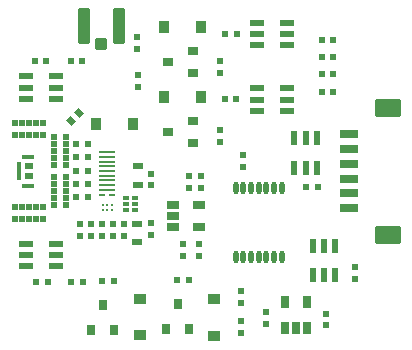
<source format=gtp>
G04*
G04 #@! TF.GenerationSoftware,Altium Limited,Altium Designer,21.7.2 (23)*
G04*
G04 Layer_Color=8421504*
%FSLAX25Y25*%
%MOIN*%
G70*
G04*
G04 #@! TF.SameCoordinates,01447CE1-1CD8-4097-AA41-C903E93D3707*
G04*
G04*
G04 #@! TF.FilePolarity,Positive*
G04*
G01*
G75*
%ADD14R,0.01968X0.02362*%
G04:AMPARAMS|DCode=15|XSize=47.64mil|YSize=22.84mil|CornerRadius=2.85mil|HoleSize=0mil|Usage=FLASHONLY|Rotation=180.000|XOffset=0mil|YOffset=0mil|HoleType=Round|Shape=RoundedRectangle|*
%AMROUNDEDRECTD15*
21,1,0.04764,0.01713,0,0,180.0*
21,1,0.04193,0.02284,0,0,180.0*
1,1,0.00571,-0.02097,0.00856*
1,1,0.00571,0.02097,0.00856*
1,1,0.00571,0.02097,-0.00856*
1,1,0.00571,-0.02097,-0.00856*
%
%ADD15ROUNDEDRECTD15*%
G04:AMPARAMS|DCode=16|XSize=62.99mil|YSize=86.61mil|CornerRadius=6.3mil|HoleSize=0mil|Usage=FLASHONLY|Rotation=90.000|XOffset=0mil|YOffset=0mil|HoleType=Round|Shape=RoundedRectangle|*
%AMROUNDEDRECTD16*
21,1,0.06299,0.07402,0,0,90.0*
21,1,0.05039,0.08661,0,0,90.0*
1,1,0.01260,0.03701,0.02520*
1,1,0.01260,0.03701,-0.02520*
1,1,0.01260,-0.03701,-0.02520*
1,1,0.01260,-0.03701,0.02520*
%
%ADD16ROUNDEDRECTD16*%
G04:AMPARAMS|DCode=17|XSize=27.56mil|YSize=59.06mil|CornerRadius=2.76mil|HoleSize=0mil|Usage=FLASHONLY|Rotation=90.000|XOffset=0mil|YOffset=0mil|HoleType=Round|Shape=RoundedRectangle|*
%AMROUNDEDRECTD17*
21,1,0.02756,0.05354,0,0,90.0*
21,1,0.02205,0.05906,0,0,90.0*
1,1,0.00551,0.02677,0.01102*
1,1,0.00551,0.02677,-0.01102*
1,1,0.00551,-0.02677,-0.01102*
1,1,0.00551,-0.02677,0.01102*
%
%ADD17ROUNDEDRECTD17*%
%ADD18R,0.02362X0.01968*%
G04:AMPARAMS|DCode=19|XSize=47.64mil|YSize=22.84mil|CornerRadius=2.85mil|HoleSize=0mil|Usage=FLASHONLY|Rotation=270.000|XOffset=0mil|YOffset=0mil|HoleType=Round|Shape=RoundedRectangle|*
%AMROUNDEDRECTD19*
21,1,0.04764,0.01713,0,0,270.0*
21,1,0.04193,0.02284,0,0,270.0*
1,1,0.00571,-0.00856,-0.02097*
1,1,0.00571,-0.00856,0.02097*
1,1,0.00571,0.00856,0.02097*
1,1,0.00571,0.00856,-0.02097*
%
%ADD19ROUNDEDRECTD19*%
%ADD20R,0.04134X0.03740*%
%ADD21R,0.02756X0.03543*%
%ADD22C,0.00906*%
G04:AMPARAMS|DCode=23|XSize=11.81mil|YSize=20.47mil|CornerRadius=0.59mil|HoleSize=0mil|Usage=FLASHONLY|Rotation=90.000|XOffset=0mil|YOffset=0mil|HoleType=Round|Shape=RoundedRectangle|*
%AMROUNDEDRECTD23*
21,1,0.01181,0.01929,0,0,90.0*
21,1,0.01063,0.02047,0,0,90.0*
1,1,0.00118,0.00965,0.00532*
1,1,0.00118,0.00965,-0.00532*
1,1,0.00118,-0.00965,-0.00532*
1,1,0.00118,-0.00965,0.00532*
%
%ADD23ROUNDEDRECTD23*%
G04:AMPARAMS|DCode=24|XSize=11.81mil|YSize=19.29mil|CornerRadius=0.59mil|HoleSize=0mil|Usage=FLASHONLY|Rotation=90.000|XOffset=0mil|YOffset=0mil|HoleType=Round|Shape=RoundedRectangle|*
%AMROUNDEDRECTD24*
21,1,0.01181,0.01811,0,0,90.0*
21,1,0.01063,0.01929,0,0,90.0*
1,1,0.00118,0.00906,0.00532*
1,1,0.00118,0.00906,-0.00532*
1,1,0.00118,-0.00906,-0.00532*
1,1,0.00118,-0.00906,0.00532*
%
%ADD24ROUNDEDRECTD24*%
%ADD25R,0.03937X0.02756*%
%ADD26O,0.01772X0.04134*%
%ADD27R,0.02756X0.03937*%
G04:AMPARAMS|DCode=28|XSize=19.68mil|YSize=23.62mil|CornerRadius=0mil|HoleSize=0mil|Usage=FLASHONLY|Rotation=45.000|XOffset=0mil|YOffset=0mil|HoleType=Round|Shape=Rectangle|*
%AMROTATEDRECTD28*
4,1,4,0.00139,-0.01531,-0.01531,0.00139,-0.00139,0.01531,0.01531,-0.00139,0.00139,-0.01531,0.0*
%
%ADD28ROTATEDRECTD28*%

%ADD29O,0.02205X0.00709*%
%ADD30O,0.05354X0.00709*%
%ADD31R,0.03543X0.02756*%
G04:AMPARAMS|DCode=32|XSize=39.37mil|YSize=41.34mil|CornerRadius=3.94mil|HoleSize=0mil|Usage=FLASHONLY|Rotation=0.000|XOffset=0mil|YOffset=0mil|HoleType=Round|Shape=RoundedRectangle|*
%AMROUNDEDRECTD32*
21,1,0.03937,0.03347,0,0,0.0*
21,1,0.03150,0.04134,0,0,0.0*
1,1,0.00787,0.01575,-0.01673*
1,1,0.00787,-0.01575,-0.01673*
1,1,0.00787,-0.01575,0.01673*
1,1,0.00787,0.01575,0.01673*
%
%ADD32ROUNDEDRECTD32*%
G04:AMPARAMS|DCode=33|XSize=40.35mil|YSize=118.11mil|CornerRadius=4.04mil|HoleSize=0mil|Usage=FLASHONLY|Rotation=180.000|XOffset=0mil|YOffset=0mil|HoleType=Round|Shape=RoundedRectangle|*
%AMROUNDEDRECTD33*
21,1,0.04035,0.11004,0,0,180.0*
21,1,0.03228,0.11811,0,0,180.0*
1,1,0.00807,-0.01614,0.05502*
1,1,0.00807,0.01614,0.05502*
1,1,0.00807,0.01614,-0.05502*
1,1,0.00807,-0.01614,-0.05502*
%
%ADD33ROUNDEDRECTD33*%
%ADD34R,0.03740X0.04134*%
G04:AMPARAMS|DCode=35|XSize=15.16mil|YSize=37.4mil|CornerRadius=0.38mil|HoleSize=0mil|Usage=FLASHONLY|Rotation=90.000|XOffset=0mil|YOffset=0mil|HoleType=Round|Shape=RoundedRectangle|*
%AMROUNDEDRECTD35*
21,1,0.01516,0.03664,0,0,90.0*
21,1,0.01440,0.03740,0,0,90.0*
1,1,0.00076,0.01832,0.00720*
1,1,0.00076,0.01832,-0.00720*
1,1,0.00076,-0.01832,-0.00720*
1,1,0.00076,-0.01832,0.00720*
%
%ADD35ROUNDEDRECTD35*%
G04:AMPARAMS|DCode=36|XSize=22.05mil|YSize=29.13mil|CornerRadius=0.55mil|HoleSize=0mil|Usage=FLASHONLY|Rotation=90.000|XOffset=0mil|YOffset=0mil|HoleType=Round|Shape=RoundedRectangle|*
%AMROUNDEDRECTD36*
21,1,0.02205,0.02803,0,0,90.0*
21,1,0.02095,0.02913,0,0,90.0*
1,1,0.00110,0.01402,0.01047*
1,1,0.00110,0.01402,-0.01047*
1,1,0.00110,-0.01402,-0.01047*
1,1,0.00110,-0.01402,0.01047*
%
%ADD36ROUNDEDRECTD36*%
G04:AMPARAMS|DCode=37|XSize=61.02mil|YSize=14.76mil|CornerRadius=0.37mil|HoleSize=0mil|Usage=FLASHONLY|Rotation=90.000|XOffset=0mil|YOffset=0mil|HoleType=Round|Shape=RoundedRectangle|*
%AMROUNDEDRECTD37*
21,1,0.06102,0.01403,0,0,90.0*
21,1,0.06029,0.01476,0,0,90.0*
1,1,0.00074,0.00701,0.03014*
1,1,0.00074,0.00701,-0.03014*
1,1,0.00074,-0.00701,-0.03014*
1,1,0.00074,-0.00701,0.03014*
%
%ADD37ROUNDEDRECTD37*%
%ADD38R,0.03543X0.02362*%
D14*
X103150Y53740D02*
D03*
X99213D02*
D03*
X25000Y22154D02*
D03*
X21063D02*
D03*
X13386Y22047D02*
D03*
X9449D02*
D03*
X31399Y22446D02*
D03*
X35336D02*
D03*
X56399Y22741D02*
D03*
X60336D02*
D03*
X20866Y95669D02*
D03*
X24803D02*
D03*
X12795D02*
D03*
X8858D02*
D03*
X26592Y54852D02*
D03*
X22655D02*
D03*
X26576Y50399D02*
D03*
X22639D02*
D03*
X26592Y59306D02*
D03*
X22655D02*
D03*
X26576Y68214D02*
D03*
X22639D02*
D03*
X26592Y63760D02*
D03*
X22655D02*
D03*
X108466Y91376D02*
D03*
X104528D02*
D03*
X108466Y102859D02*
D03*
X104528D02*
D03*
X108466Y85635D02*
D03*
X104528D02*
D03*
X108466Y97118D02*
D03*
X104528D02*
D03*
X64174Y57387D02*
D03*
X60237D02*
D03*
Y53647D02*
D03*
X64174D02*
D03*
X76379Y104828D02*
D03*
X72442D02*
D03*
X76084Y83076D02*
D03*
X72147D02*
D03*
X15257Y61029D02*
D03*
X19194D02*
D03*
X15257Y63391D02*
D03*
X19194D02*
D03*
X15257Y70477D02*
D03*
X19194D02*
D03*
X15257Y65753D02*
D03*
X19194D02*
D03*
X15257Y68115D02*
D03*
X19194D02*
D03*
X15257Y52564D02*
D03*
X19194D02*
D03*
X15257Y47840D02*
D03*
X19194D02*
D03*
X15257Y50203D02*
D03*
X19194D02*
D03*
X15257Y54926D02*
D03*
X19194D02*
D03*
X15257Y57288D02*
D03*
X19194D02*
D03*
D15*
X92934Y79237D02*
D03*
Y82977D02*
D03*
Y86718D02*
D03*
X83052Y79237D02*
D03*
Y82977D02*
D03*
Y86718D02*
D03*
X92934Y101088D02*
D03*
Y104828D02*
D03*
Y108568D02*
D03*
X83052Y101088D02*
D03*
Y104828D02*
D03*
Y108568D02*
D03*
X15867Y83174D02*
D03*
Y86914D02*
D03*
Y90655D02*
D03*
X5985Y83174D02*
D03*
Y86914D02*
D03*
Y90655D02*
D03*
X6084Y34946D02*
D03*
Y31206D02*
D03*
Y27466D02*
D03*
X15966Y34946D02*
D03*
Y31206D02*
D03*
Y27466D02*
D03*
D16*
X126476Y80216D02*
D03*
Y37894D02*
D03*
D17*
X113779Y71358D02*
D03*
Y66437D02*
D03*
Y61516D02*
D03*
Y56595D02*
D03*
Y51673D02*
D03*
Y46752D02*
D03*
D18*
X115748Y27067D02*
D03*
Y23130D02*
D03*
X77757Y5221D02*
D03*
Y9159D02*
D03*
Y19099D02*
D03*
Y15162D02*
D03*
X63584Y30911D02*
D03*
Y34848D02*
D03*
X58269Y34749D02*
D03*
Y30812D02*
D03*
X47540Y58273D02*
D03*
Y54336D02*
D03*
Y37800D02*
D03*
Y41737D02*
D03*
X70473Y95674D02*
D03*
Y91737D02*
D03*
X43111Y99808D02*
D03*
Y103745D02*
D03*
X70473Y72840D02*
D03*
Y68903D02*
D03*
X43210Y87308D02*
D03*
Y91245D02*
D03*
X34942Y41442D02*
D03*
Y37505D02*
D03*
X31300Y41442D02*
D03*
Y37505D02*
D03*
X38584D02*
D03*
Y41442D02*
D03*
X27659Y37505D02*
D03*
Y41442D02*
D03*
X24115Y37505D02*
D03*
Y41442D02*
D03*
X78446Y60536D02*
D03*
Y64473D02*
D03*
X85828Y8174D02*
D03*
Y12111D02*
D03*
X106102Y11614D02*
D03*
Y7677D02*
D03*
X9351Y71084D02*
D03*
Y75021D02*
D03*
X11714Y71084D02*
D03*
Y75021D02*
D03*
X6989Y71084D02*
D03*
Y75021D02*
D03*
X2265Y71068D02*
D03*
Y75005D02*
D03*
X4627Y71084D02*
D03*
Y75021D02*
D03*
X4626Y47151D02*
D03*
Y43214D02*
D03*
X2264Y47151D02*
D03*
Y43214D02*
D03*
X6989Y47151D02*
D03*
Y43214D02*
D03*
X9351Y47151D02*
D03*
Y43214D02*
D03*
X11714Y47151D02*
D03*
Y43214D02*
D03*
D19*
X102953Y70098D02*
D03*
X99213D02*
D03*
X95472D02*
D03*
X102953Y60216D02*
D03*
X99213D02*
D03*
X95472D02*
D03*
X109055Y34272D02*
D03*
X105315D02*
D03*
X101575D02*
D03*
X109055Y24390D02*
D03*
X105315D02*
D03*
X101575D02*
D03*
D20*
X44094Y4331D02*
D03*
Y16634D02*
D03*
X68702Y4139D02*
D03*
Y16442D02*
D03*
D21*
X56497Y14670D02*
D03*
X60237Y6403D02*
D03*
X52757D02*
D03*
X31497Y14572D02*
D03*
X35237Y6304D02*
D03*
X27757D02*
D03*
D22*
X31497Y46166D02*
D03*
X33072D02*
D03*
X34647D02*
D03*
X31497Y47741D02*
D03*
X33072D02*
D03*
X34647D02*
D03*
D23*
X42324Y46166D02*
D03*
D24*
X42363Y48135D02*
D03*
Y50103D02*
D03*
X39410Y48135D02*
D03*
Y50103D02*
D03*
Y46166D02*
D03*
D25*
X63584Y47938D02*
D03*
Y40458D02*
D03*
X54922Y47938D02*
D03*
Y44198D02*
D03*
Y40458D02*
D03*
D26*
X91241Y30320D02*
D03*
X88682D02*
D03*
X86123D02*
D03*
X83564D02*
D03*
X81005D02*
D03*
X78446D02*
D03*
X75887D02*
D03*
Y53548D02*
D03*
X78446D02*
D03*
X81005D02*
D03*
X83564D02*
D03*
X86123D02*
D03*
X88682D02*
D03*
X91241D02*
D03*
D27*
X92324Y15359D02*
D03*
X99804D02*
D03*
X92324Y6698D02*
D03*
X96064D02*
D03*
X99804D02*
D03*
D28*
X20951Y75675D02*
D03*
X23734Y78459D02*
D03*
D29*
X31395Y51284D02*
D03*
X34552D02*
D03*
D30*
X32973Y62308D02*
D03*
Y60733D02*
D03*
Y59158D02*
D03*
Y57584D02*
D03*
Y56009D02*
D03*
Y54434D02*
D03*
Y52859D02*
D03*
Y63883D02*
D03*
Y65458D02*
D03*
D31*
X53446Y95477D02*
D03*
X61714Y99218D02*
D03*
Y91737D02*
D03*
X53347Y72151D02*
D03*
X61615Y75891D02*
D03*
Y68410D02*
D03*
D32*
X31005Y101383D02*
D03*
D33*
X36812Y107387D02*
D03*
X25198D02*
D03*
D34*
X64273Y106993D02*
D03*
X51969D02*
D03*
X64174Y83765D02*
D03*
X51871D02*
D03*
X29233Y74906D02*
D03*
X41536D02*
D03*
D35*
X6674Y54306D02*
D03*
Y63895D02*
D03*
D36*
X7088Y57387D02*
D03*
Y60812D02*
D03*
D37*
X3712Y59099D02*
D03*
D38*
X43170Y60674D02*
D03*
Y54532D02*
D03*
X43111Y41462D02*
D03*
Y35320D02*
D03*
M02*

</source>
